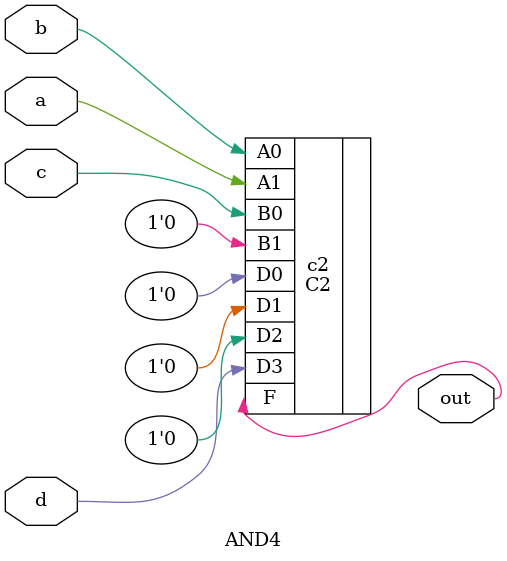
<source format=v>
module AND4 (a, b, c, d, out);
    input a, b, c, d;
    output out;
    C2 c2(.D0(1'b0), .D1(1'b0), .D2(1'b0), .D3(d), .A1(a), .B1(1'b0), .A0(b), .B0(c), .F(out));
    
endmodule
</source>
